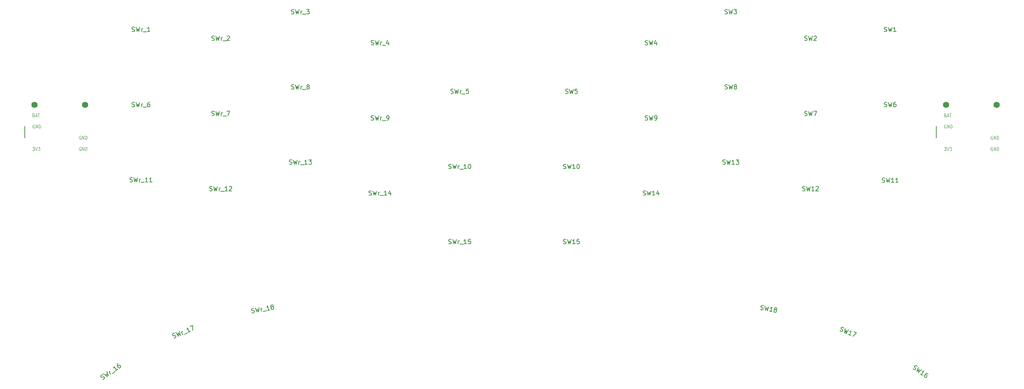
<source format=gto>
%TF.GenerationSoftware,KiCad,Pcbnew,(6.0.4)*%
%TF.CreationDate,2022-09-24T19:54:14+02:00*%
%TF.ProjectId,MyKeeb,4d794b65-6562-42e6-9b69-6361645f7063,rev?*%
%TF.SameCoordinates,Original*%
%TF.FileFunction,Legend,Top*%
%TF.FilePolarity,Positive*%
%FSLAX46Y46*%
G04 Gerber Fmt 4.6, Leading zero omitted, Abs format (unit mm)*
G04 Created by KiCad (PCBNEW (6.0.4)) date 2022-09-24 19:54:14*
%MOMM*%
%LPD*%
G01*
G04 APERTURE LIST*
%ADD10C,0.150000*%
%ADD11C,0.125000*%
%ADD12C,1.397000*%
G04 APERTURE END LIST*
D10*
X247898920Y-80313530D02*
X247898920Y-77740510D01*
X41983660Y-80312260D02*
X41983660Y-77739240D01*
%TO.C,SWr_12*%
X83748220Y-92261021D02*
X83891077Y-92308640D01*
X84129172Y-92308640D01*
X84224410Y-92261021D01*
X84272029Y-92213402D01*
X84319648Y-92118164D01*
X84319648Y-92022926D01*
X84272029Y-91927688D01*
X84224410Y-91880069D01*
X84129172Y-91832450D01*
X83938696Y-91784831D01*
X83843458Y-91737212D01*
X83795839Y-91689593D01*
X83748220Y-91594355D01*
X83748220Y-91499117D01*
X83795839Y-91403879D01*
X83843458Y-91356260D01*
X83938696Y-91308640D01*
X84176791Y-91308640D01*
X84319648Y-91356260D01*
X84652981Y-91308640D02*
X84891077Y-92308640D01*
X85081553Y-91594355D01*
X85272029Y-92308640D01*
X85510124Y-91308640D01*
X85891077Y-92308640D02*
X85891077Y-91641974D01*
X85891077Y-91832450D02*
X85938696Y-91737212D01*
X85986315Y-91689593D01*
X86081553Y-91641974D01*
X86176791Y-91641974D01*
X86272029Y-92403879D02*
X87033934Y-92403879D01*
X87795839Y-92308640D02*
X87224410Y-92308640D01*
X87510124Y-92308640D02*
X87510124Y-91308640D01*
X87414886Y-91451498D01*
X87319648Y-91546736D01*
X87224410Y-91594355D01*
X88176791Y-91403879D02*
X88224410Y-91356260D01*
X88319648Y-91308640D01*
X88557743Y-91308640D01*
X88652981Y-91356260D01*
X88700600Y-91403879D01*
X88748220Y-91499117D01*
X88748220Y-91594355D01*
X88700600Y-91737212D01*
X88129172Y-92308640D01*
X88748220Y-92308640D01*
%TO.C,SWr_16*%
X59613083Y-134968382D02*
X59757418Y-134925450D01*
X59952454Y-134788884D01*
X60003156Y-134695250D01*
X60014850Y-134628930D01*
X59999231Y-134523602D01*
X59944604Y-134445588D01*
X59850971Y-134394887D01*
X59784650Y-134383193D01*
X59679323Y-134398812D01*
X59495981Y-134469057D01*
X59390653Y-134484676D01*
X59324333Y-134472982D01*
X59230699Y-134422281D01*
X59176073Y-134344266D01*
X59160454Y-134238939D01*
X59172148Y-134172618D01*
X59222849Y-134078985D01*
X59417885Y-133942419D01*
X59562220Y-133899487D01*
X59807958Y-133669287D02*
X60576570Y-134351873D01*
X60322902Y-133657512D01*
X60888628Y-134133368D01*
X60510088Y-133177650D01*
X61395722Y-133778297D02*
X61013338Y-133232196D01*
X61122591Y-133388225D02*
X61106972Y-133282897D01*
X61118666Y-133216577D01*
X61169367Y-133122943D01*
X61247381Y-133068317D01*
X61762407Y-133637806D02*
X62386522Y-133200796D01*
X62956012Y-132685770D02*
X62487925Y-133013528D01*
X62721968Y-132849649D02*
X62148392Y-132030497D01*
X62152317Y-132202145D01*
X62128929Y-132334786D01*
X62078228Y-132428420D01*
X63084566Y-131374981D02*
X62928537Y-131484234D01*
X62877835Y-131577868D01*
X62866141Y-131644188D01*
X62870066Y-131815836D01*
X62940312Y-131999178D01*
X63158817Y-132311236D01*
X63252451Y-132361938D01*
X63318771Y-132373632D01*
X63424099Y-132358013D01*
X63580128Y-132248760D01*
X63630829Y-132155126D01*
X63642523Y-132088806D01*
X63626904Y-131983478D01*
X63490338Y-131788442D01*
X63396705Y-131737741D01*
X63330384Y-131726047D01*
X63225057Y-131741666D01*
X63069028Y-131850918D01*
X63018326Y-131944552D01*
X63006632Y-132010872D01*
X63022251Y-132116200D01*
D11*
%TO.C,U2*%
X43781616Y-82439385D02*
X44196378Y-82439385D01*
X43973044Y-82725100D01*
X44068759Y-82725100D01*
X44132568Y-82760814D01*
X44164473Y-82796528D01*
X44196378Y-82867957D01*
X44196378Y-83046528D01*
X44164473Y-83117957D01*
X44132568Y-83153671D01*
X44068759Y-83189385D01*
X43877330Y-83189385D01*
X43813520Y-83153671D01*
X43781616Y-83117957D01*
X44387806Y-82439385D02*
X44611140Y-83189385D01*
X44834473Y-82439385D01*
X44993997Y-82439385D02*
X45408759Y-82439385D01*
X45185425Y-82725100D01*
X45281140Y-82725100D01*
X45344949Y-82760814D01*
X45376854Y-82796528D01*
X45408759Y-82867957D01*
X45408759Y-83046528D01*
X45376854Y-83117957D01*
X45344949Y-83153671D01*
X45281140Y-83189385D01*
X45089711Y-83189385D01*
X45025901Y-83153671D01*
X44993997Y-83117957D01*
X44006616Y-75216528D02*
X44102330Y-75252242D01*
X44134235Y-75287957D01*
X44166140Y-75359385D01*
X44166140Y-75466528D01*
X44134235Y-75537957D01*
X44102330Y-75573671D01*
X44038520Y-75609385D01*
X43783282Y-75609385D01*
X43783282Y-74859385D01*
X44006616Y-74859385D01*
X44070425Y-74895100D01*
X44102330Y-74930814D01*
X44134235Y-75002242D01*
X44134235Y-75073671D01*
X44102330Y-75145100D01*
X44070425Y-75180814D01*
X44006616Y-75216528D01*
X43783282Y-75216528D01*
X44421378Y-75395100D02*
X44740425Y-75395100D01*
X44357568Y-75609385D02*
X44580901Y-74859385D01*
X44804235Y-75609385D01*
X44931854Y-74859385D02*
X45314711Y-74859385D01*
X45123282Y-75609385D02*
X45123282Y-74859385D01*
X54650663Y-82475100D02*
X54586854Y-82439385D01*
X54491140Y-82439385D01*
X54395425Y-82475100D01*
X54331616Y-82546528D01*
X54299711Y-82617957D01*
X54267806Y-82760814D01*
X54267806Y-82867957D01*
X54299711Y-83010814D01*
X54331616Y-83082242D01*
X54395425Y-83153671D01*
X54491140Y-83189385D01*
X54554949Y-83189385D01*
X54650663Y-83153671D01*
X54682568Y-83117957D01*
X54682568Y-82867957D01*
X54554949Y-82867957D01*
X54969711Y-83189385D02*
X54969711Y-82439385D01*
X55352568Y-83189385D01*
X55352568Y-82439385D01*
X55671616Y-83189385D02*
X55671616Y-82439385D01*
X55831140Y-82439385D01*
X55926854Y-82475100D01*
X55990663Y-82546528D01*
X56022568Y-82617957D01*
X56054473Y-82760814D01*
X56054473Y-82867957D01*
X56022568Y-83010814D01*
X55990663Y-83082242D01*
X55926854Y-83153671D01*
X55831140Y-83189385D01*
X55671616Y-83189385D01*
X54650663Y-79965100D02*
X54586854Y-79929385D01*
X54491140Y-79929385D01*
X54395425Y-79965100D01*
X54331616Y-80036528D01*
X54299711Y-80107957D01*
X54267806Y-80250814D01*
X54267806Y-80357957D01*
X54299711Y-80500814D01*
X54331616Y-80572242D01*
X54395425Y-80643671D01*
X54491140Y-80679385D01*
X54554949Y-80679385D01*
X54650663Y-80643671D01*
X54682568Y-80607957D01*
X54682568Y-80357957D01*
X54554949Y-80357957D01*
X54969711Y-80679385D02*
X54969711Y-79929385D01*
X55352568Y-80679385D01*
X55352568Y-79929385D01*
X55671616Y-80679385D02*
X55671616Y-79929385D01*
X55831140Y-79929385D01*
X55926854Y-79965100D01*
X55990663Y-80036528D01*
X56022568Y-80107957D01*
X56054473Y-80250814D01*
X56054473Y-80357957D01*
X56022568Y-80500814D01*
X55990663Y-80572242D01*
X55926854Y-80643671D01*
X55831140Y-80679385D01*
X55671616Y-80679385D01*
X44170663Y-77425100D02*
X44106854Y-77389385D01*
X44011140Y-77389385D01*
X43915425Y-77425100D01*
X43851616Y-77496528D01*
X43819711Y-77567957D01*
X43787806Y-77710814D01*
X43787806Y-77817957D01*
X43819711Y-77960814D01*
X43851616Y-78032242D01*
X43915425Y-78103671D01*
X44011140Y-78139385D01*
X44074949Y-78139385D01*
X44170663Y-78103671D01*
X44202568Y-78067957D01*
X44202568Y-77817957D01*
X44074949Y-77817957D01*
X44489711Y-78139385D02*
X44489711Y-77389385D01*
X44872568Y-78139385D01*
X44872568Y-77389385D01*
X45191616Y-78139385D02*
X45191616Y-77389385D01*
X45351140Y-77389385D01*
X45446854Y-77425100D01*
X45510663Y-77496528D01*
X45542568Y-77567957D01*
X45574473Y-77710814D01*
X45574473Y-77817957D01*
X45542568Y-77960814D01*
X45510663Y-78032242D01*
X45446854Y-78103671D01*
X45351140Y-78139385D01*
X45191616Y-78139385D01*
D10*
%TO.C,SWr_11*%
X65748220Y-90261021D02*
X65891077Y-90308640D01*
X66129172Y-90308640D01*
X66224410Y-90261021D01*
X66272029Y-90213402D01*
X66319648Y-90118164D01*
X66319648Y-90022926D01*
X66272029Y-89927688D01*
X66224410Y-89880069D01*
X66129172Y-89832450D01*
X65938696Y-89784831D01*
X65843458Y-89737212D01*
X65795839Y-89689593D01*
X65748220Y-89594355D01*
X65748220Y-89499117D01*
X65795839Y-89403879D01*
X65843458Y-89356260D01*
X65938696Y-89308640D01*
X66176791Y-89308640D01*
X66319648Y-89356260D01*
X66652981Y-89308640D02*
X66891077Y-90308640D01*
X67081553Y-89594355D01*
X67272029Y-90308640D01*
X67510124Y-89308640D01*
X67891077Y-90308640D02*
X67891077Y-89641974D01*
X67891077Y-89832450D02*
X67938696Y-89737212D01*
X67986315Y-89689593D01*
X68081553Y-89641974D01*
X68176791Y-89641974D01*
X68272029Y-90403879D02*
X69033934Y-90403879D01*
X69795839Y-90308640D02*
X69224410Y-90308640D01*
X69510124Y-90308640D02*
X69510124Y-89308640D01*
X69414886Y-89451498D01*
X69319648Y-89546736D01*
X69224410Y-89594355D01*
X70748220Y-90308640D02*
X70176791Y-90308640D01*
X70462505Y-90308640D02*
X70462505Y-89308640D01*
X70367267Y-89451498D01*
X70272029Y-89546736D01*
X70176791Y-89594355D01*
%TO.C,SWr_6*%
X66224410Y-73261021D02*
X66367267Y-73308640D01*
X66605362Y-73308640D01*
X66700600Y-73261021D01*
X66748220Y-73213402D01*
X66795839Y-73118164D01*
X66795839Y-73022926D01*
X66748220Y-72927688D01*
X66700600Y-72880069D01*
X66605362Y-72832450D01*
X66414886Y-72784831D01*
X66319648Y-72737212D01*
X66272029Y-72689593D01*
X66224410Y-72594355D01*
X66224410Y-72499117D01*
X66272029Y-72403879D01*
X66319648Y-72356260D01*
X66414886Y-72308640D01*
X66652981Y-72308640D01*
X66795839Y-72356260D01*
X67129172Y-72308640D02*
X67367267Y-73308640D01*
X67557743Y-72594355D01*
X67748220Y-73308640D01*
X67986315Y-72308640D01*
X68367267Y-73308640D02*
X68367267Y-72641974D01*
X68367267Y-72832450D02*
X68414886Y-72737212D01*
X68462505Y-72689593D01*
X68557743Y-72641974D01*
X68652981Y-72641974D01*
X68748220Y-73403879D02*
X69510124Y-73403879D01*
X70176791Y-72308640D02*
X69986315Y-72308640D01*
X69891077Y-72356260D01*
X69843458Y-72403879D01*
X69748220Y-72546736D01*
X69700600Y-72737212D01*
X69700600Y-73118164D01*
X69748220Y-73213402D01*
X69795839Y-73261021D01*
X69891077Y-73308640D01*
X70081553Y-73308640D01*
X70176791Y-73261021D01*
X70224410Y-73213402D01*
X70272029Y-73118164D01*
X70272029Y-72880069D01*
X70224410Y-72784831D01*
X70176791Y-72737212D01*
X70081553Y-72689593D01*
X69891077Y-72689593D01*
X69795839Y-72737212D01*
X69748220Y-72784831D01*
X69700600Y-72880069D01*
%TO.C,SW4*%
X182143608Y-59262064D02*
X182286465Y-59309683D01*
X182524561Y-59309683D01*
X182619799Y-59262064D01*
X182667418Y-59214445D01*
X182715037Y-59119207D01*
X182715037Y-59023969D01*
X182667418Y-58928731D01*
X182619799Y-58881112D01*
X182524561Y-58833493D01*
X182334084Y-58785874D01*
X182238846Y-58738255D01*
X182191227Y-58690636D01*
X182143608Y-58595398D01*
X182143608Y-58500160D01*
X182191227Y-58404922D01*
X182238846Y-58357303D01*
X182334084Y-58309683D01*
X182572180Y-58309683D01*
X182715037Y-58357303D01*
X183048370Y-58309683D02*
X183286465Y-59309683D01*
X183476942Y-58595398D01*
X183667418Y-59309683D01*
X183905513Y-58309683D01*
X184715037Y-58643017D02*
X184715037Y-59309683D01*
X184476942Y-58262064D02*
X184238846Y-58976350D01*
X184857894Y-58976350D01*
%TO.C,SW10*%
X163667418Y-87262064D02*
X163810275Y-87309683D01*
X164048370Y-87309683D01*
X164143608Y-87262064D01*
X164191227Y-87214445D01*
X164238846Y-87119207D01*
X164238846Y-87023969D01*
X164191227Y-86928731D01*
X164143608Y-86881112D01*
X164048370Y-86833493D01*
X163857894Y-86785874D01*
X163762656Y-86738255D01*
X163715037Y-86690636D01*
X163667418Y-86595398D01*
X163667418Y-86500160D01*
X163715037Y-86404922D01*
X163762656Y-86357303D01*
X163857894Y-86309683D01*
X164095989Y-86309683D01*
X164238846Y-86357303D01*
X164572180Y-86309683D02*
X164810275Y-87309683D01*
X165000751Y-86595398D01*
X165191227Y-87309683D01*
X165429322Y-86309683D01*
X166334084Y-87309683D02*
X165762656Y-87309683D01*
X166048370Y-87309683D02*
X166048370Y-86309683D01*
X165953132Y-86452541D01*
X165857894Y-86547779D01*
X165762656Y-86595398D01*
X166953132Y-86309683D02*
X167048370Y-86309683D01*
X167143608Y-86357303D01*
X167191227Y-86404922D01*
X167238846Y-86500160D01*
X167286465Y-86690636D01*
X167286465Y-86928731D01*
X167238846Y-87119207D01*
X167191227Y-87214445D01*
X167143608Y-87262064D01*
X167048370Y-87309683D01*
X166953132Y-87309683D01*
X166857894Y-87262064D01*
X166810275Y-87214445D01*
X166762656Y-87119207D01*
X166715037Y-86928731D01*
X166715037Y-86690636D01*
X166762656Y-86500160D01*
X166810275Y-86404922D01*
X166857894Y-86357303D01*
X166953132Y-86309683D01*
%TO.C,SWr_13*%
X101748220Y-86261021D02*
X101891077Y-86308640D01*
X102129172Y-86308640D01*
X102224410Y-86261021D01*
X102272029Y-86213402D01*
X102319648Y-86118164D01*
X102319648Y-86022926D01*
X102272029Y-85927688D01*
X102224410Y-85880069D01*
X102129172Y-85832450D01*
X101938696Y-85784831D01*
X101843458Y-85737212D01*
X101795839Y-85689593D01*
X101748220Y-85594355D01*
X101748220Y-85499117D01*
X101795839Y-85403879D01*
X101843458Y-85356260D01*
X101938696Y-85308640D01*
X102176791Y-85308640D01*
X102319648Y-85356260D01*
X102652981Y-85308640D02*
X102891077Y-86308640D01*
X103081553Y-85594355D01*
X103272029Y-86308640D01*
X103510124Y-85308640D01*
X103891077Y-86308640D02*
X103891077Y-85641974D01*
X103891077Y-85832450D02*
X103938696Y-85737212D01*
X103986315Y-85689593D01*
X104081553Y-85641974D01*
X104176791Y-85641974D01*
X104272029Y-86403879D02*
X105033934Y-86403879D01*
X105795839Y-86308640D02*
X105224410Y-86308640D01*
X105510124Y-86308640D02*
X105510124Y-85308640D01*
X105414886Y-85451498D01*
X105319648Y-85546736D01*
X105224410Y-85594355D01*
X106129172Y-85308640D02*
X106748220Y-85308640D01*
X106414886Y-85689593D01*
X106557743Y-85689593D01*
X106652981Y-85737212D01*
X106700600Y-85784831D01*
X106748220Y-85880069D01*
X106748220Y-86118164D01*
X106700600Y-86213402D01*
X106652981Y-86261021D01*
X106557743Y-86308640D01*
X106272029Y-86308640D01*
X106176791Y-86261021D01*
X106129172Y-86213402D01*
%TO.C,SW18*%
X208181785Y-119144507D02*
X208314203Y-119216209D01*
X208548681Y-119257554D01*
X208650741Y-119227196D01*
X208705906Y-119188570D01*
X208769339Y-119103047D01*
X208785877Y-119009256D01*
X208755520Y-118907196D01*
X208716893Y-118852031D01*
X208631371Y-118788598D01*
X208452057Y-118708626D01*
X208366535Y-118645193D01*
X208327908Y-118590028D01*
X208297551Y-118487968D01*
X208314089Y-118394177D01*
X208377522Y-118308655D01*
X208432687Y-118270028D01*
X208534747Y-118239670D01*
X208769225Y-118281015D01*
X208901643Y-118352718D01*
X209238181Y-118363705D02*
X209299011Y-119389857D01*
X209610628Y-118719499D01*
X209674176Y-119456009D01*
X210082302Y-118512546D01*
X210799670Y-119654464D02*
X210236923Y-119555237D01*
X210518297Y-119604850D02*
X210691945Y-118620043D01*
X210573347Y-118744191D01*
X210463018Y-118821445D01*
X210360957Y-118851802D01*
X211461645Y-119190944D02*
X211376123Y-119127511D01*
X211337496Y-119072346D01*
X211307139Y-118970286D01*
X211315407Y-118923390D01*
X211378841Y-118837868D01*
X211434006Y-118799242D01*
X211536066Y-118768884D01*
X211723648Y-118801960D01*
X211809170Y-118865393D01*
X211847797Y-118920558D01*
X211878155Y-119022618D01*
X211869886Y-119069514D01*
X211806452Y-119155036D01*
X211751288Y-119193662D01*
X211649228Y-119224020D01*
X211461645Y-119190944D01*
X211359585Y-119221302D01*
X211304420Y-119259929D01*
X211240987Y-119345451D01*
X211207911Y-119533033D01*
X211238269Y-119635093D01*
X211276895Y-119690258D01*
X211362418Y-119753692D01*
X211550000Y-119786767D01*
X211652060Y-119756410D01*
X211707225Y-119717783D01*
X211770658Y-119632261D01*
X211803734Y-119444678D01*
X211773376Y-119342618D01*
X211734750Y-119287454D01*
X211649228Y-119224020D01*
%TO.C,SWr_4*%
X120224410Y-59261021D02*
X120367267Y-59308640D01*
X120605362Y-59308640D01*
X120700600Y-59261021D01*
X120748220Y-59213402D01*
X120795839Y-59118164D01*
X120795839Y-59022926D01*
X120748220Y-58927688D01*
X120700600Y-58880069D01*
X120605362Y-58832450D01*
X120414886Y-58784831D01*
X120319648Y-58737212D01*
X120272029Y-58689593D01*
X120224410Y-58594355D01*
X120224410Y-58499117D01*
X120272029Y-58403879D01*
X120319648Y-58356260D01*
X120414886Y-58308640D01*
X120652981Y-58308640D01*
X120795839Y-58356260D01*
X121129172Y-58308640D02*
X121367267Y-59308640D01*
X121557743Y-58594355D01*
X121748220Y-59308640D01*
X121986315Y-58308640D01*
X122367267Y-59308640D02*
X122367267Y-58641974D01*
X122367267Y-58832450D02*
X122414886Y-58737212D01*
X122462505Y-58689593D01*
X122557743Y-58641974D01*
X122652981Y-58641974D01*
X122748220Y-59403879D02*
X123510124Y-59403879D01*
X124176791Y-58641974D02*
X124176791Y-59308640D01*
X123938696Y-58261021D02*
X123700600Y-58975307D01*
X124319648Y-58975307D01*
%TO.C,SW9*%
X182143608Y-76262064D02*
X182286465Y-76309683D01*
X182524561Y-76309683D01*
X182619799Y-76262064D01*
X182667418Y-76214445D01*
X182715037Y-76119207D01*
X182715037Y-76023969D01*
X182667418Y-75928731D01*
X182619799Y-75881112D01*
X182524561Y-75833493D01*
X182334084Y-75785874D01*
X182238846Y-75738255D01*
X182191227Y-75690636D01*
X182143608Y-75595398D01*
X182143608Y-75500160D01*
X182191227Y-75404922D01*
X182238846Y-75357303D01*
X182334084Y-75309683D01*
X182572180Y-75309683D01*
X182715037Y-75357303D01*
X183048370Y-75309683D02*
X183286465Y-76309683D01*
X183476942Y-75595398D01*
X183667418Y-76309683D01*
X183905513Y-75309683D01*
X184334084Y-76309683D02*
X184524561Y-76309683D01*
X184619799Y-76262064D01*
X184667418Y-76214445D01*
X184762656Y-76071588D01*
X184810275Y-75881112D01*
X184810275Y-75500160D01*
X184762656Y-75404922D01*
X184715037Y-75357303D01*
X184619799Y-75309683D01*
X184429322Y-75309683D01*
X184334084Y-75357303D01*
X184286465Y-75404922D01*
X184238846Y-75500160D01*
X184238846Y-75738255D01*
X184286465Y-75833493D01*
X184334084Y-75881112D01*
X184429322Y-75928731D01*
X184619799Y-75928731D01*
X184715037Y-75881112D01*
X184762656Y-75833493D01*
X184810275Y-75738255D01*
%TO.C,SWr_15*%
X137748220Y-104261021D02*
X137891077Y-104308640D01*
X138129172Y-104308640D01*
X138224410Y-104261021D01*
X138272029Y-104213402D01*
X138319648Y-104118164D01*
X138319648Y-104022926D01*
X138272029Y-103927688D01*
X138224410Y-103880069D01*
X138129172Y-103832450D01*
X137938696Y-103784831D01*
X137843458Y-103737212D01*
X137795839Y-103689593D01*
X137748220Y-103594355D01*
X137748220Y-103499117D01*
X137795839Y-103403879D01*
X137843458Y-103356260D01*
X137938696Y-103308640D01*
X138176791Y-103308640D01*
X138319648Y-103356260D01*
X138652981Y-103308640D02*
X138891077Y-104308640D01*
X139081553Y-103594355D01*
X139272029Y-104308640D01*
X139510124Y-103308640D01*
X139891077Y-104308640D02*
X139891077Y-103641974D01*
X139891077Y-103832450D02*
X139938696Y-103737212D01*
X139986315Y-103689593D01*
X140081553Y-103641974D01*
X140176791Y-103641974D01*
X140272029Y-104403879D02*
X141033934Y-104403879D01*
X141795839Y-104308640D02*
X141224410Y-104308640D01*
X141510124Y-104308640D02*
X141510124Y-103308640D01*
X141414886Y-103451498D01*
X141319648Y-103546736D01*
X141224410Y-103594355D01*
X142700600Y-103308640D02*
X142224410Y-103308640D01*
X142176791Y-103784831D01*
X142224410Y-103737212D01*
X142319648Y-103689593D01*
X142557743Y-103689593D01*
X142652981Y-103737212D01*
X142700600Y-103784831D01*
X142748220Y-103880069D01*
X142748220Y-104118164D01*
X142700600Y-104213402D01*
X142652981Y-104261021D01*
X142557743Y-104308640D01*
X142319648Y-104308640D01*
X142224410Y-104261021D01*
X142176791Y-104213402D01*
%TO.C,SWr_3*%
X102224410Y-52261021D02*
X102367267Y-52308640D01*
X102605362Y-52308640D01*
X102700600Y-52261021D01*
X102748220Y-52213402D01*
X102795839Y-52118164D01*
X102795839Y-52022926D01*
X102748220Y-51927688D01*
X102700600Y-51880069D01*
X102605362Y-51832450D01*
X102414886Y-51784831D01*
X102319648Y-51737212D01*
X102272029Y-51689593D01*
X102224410Y-51594355D01*
X102224410Y-51499117D01*
X102272029Y-51403879D01*
X102319648Y-51356260D01*
X102414886Y-51308640D01*
X102652981Y-51308640D01*
X102795839Y-51356260D01*
X103129172Y-51308640D02*
X103367267Y-52308640D01*
X103557743Y-51594355D01*
X103748220Y-52308640D01*
X103986315Y-51308640D01*
X104367267Y-52308640D02*
X104367267Y-51641974D01*
X104367267Y-51832450D02*
X104414886Y-51737212D01*
X104462505Y-51689593D01*
X104557743Y-51641974D01*
X104652981Y-51641974D01*
X104748220Y-52403879D02*
X105510124Y-52403879D01*
X105652981Y-51308640D02*
X106272029Y-51308640D01*
X105938696Y-51689593D01*
X106081553Y-51689593D01*
X106176791Y-51737212D01*
X106224410Y-51784831D01*
X106272029Y-51880069D01*
X106272029Y-52118164D01*
X106224410Y-52213402D01*
X106176791Y-52261021D01*
X106081553Y-52308640D01*
X105795839Y-52308640D01*
X105700600Y-52261021D01*
X105652981Y-52213402D01*
%TO.C,SW11*%
X235667418Y-90368584D02*
X235810275Y-90416203D01*
X236048370Y-90416203D01*
X236143608Y-90368584D01*
X236191227Y-90320965D01*
X236238846Y-90225727D01*
X236238846Y-90130489D01*
X236191227Y-90035251D01*
X236143608Y-89987632D01*
X236048370Y-89940013D01*
X235857894Y-89892394D01*
X235762656Y-89844775D01*
X235715037Y-89797156D01*
X235667418Y-89701918D01*
X235667418Y-89606680D01*
X235715037Y-89511442D01*
X235762656Y-89463823D01*
X235857894Y-89416203D01*
X236095989Y-89416203D01*
X236238846Y-89463823D01*
X236572180Y-89416203D02*
X236810275Y-90416203D01*
X237000751Y-89701918D01*
X237191227Y-90416203D01*
X237429322Y-89416203D01*
X238334084Y-90416203D02*
X237762656Y-90416203D01*
X238048370Y-90416203D02*
X238048370Y-89416203D01*
X237953132Y-89559061D01*
X237857894Y-89654299D01*
X237762656Y-89701918D01*
X239286465Y-90416203D02*
X238715037Y-90416203D01*
X239000751Y-90416203D02*
X239000751Y-89416203D01*
X238905513Y-89559061D01*
X238810275Y-89654299D01*
X238715037Y-89701918D01*
D11*
%TO.C,U1*%
X260575905Y-79966143D02*
X260512096Y-79930428D01*
X260416382Y-79930428D01*
X260320667Y-79966143D01*
X260256858Y-80037571D01*
X260224953Y-80109000D01*
X260193048Y-80251857D01*
X260193048Y-80359000D01*
X260224953Y-80501857D01*
X260256858Y-80573285D01*
X260320667Y-80644714D01*
X260416382Y-80680428D01*
X260480191Y-80680428D01*
X260575905Y-80644714D01*
X260607810Y-80609000D01*
X260607810Y-80359000D01*
X260480191Y-80359000D01*
X260894953Y-80680428D02*
X260894953Y-79930428D01*
X261277810Y-80680428D01*
X261277810Y-79930428D01*
X261596858Y-80680428D02*
X261596858Y-79930428D01*
X261756382Y-79930428D01*
X261852096Y-79966143D01*
X261915905Y-80037571D01*
X261947810Y-80109000D01*
X261979715Y-80251857D01*
X261979715Y-80359000D01*
X261947810Y-80501857D01*
X261915905Y-80573285D01*
X261852096Y-80644714D01*
X261756382Y-80680428D01*
X261596858Y-80680428D01*
X249696858Y-82430428D02*
X250111620Y-82430428D01*
X249888286Y-82716143D01*
X249984001Y-82716143D01*
X250047810Y-82751857D01*
X250079715Y-82787571D01*
X250111620Y-82859000D01*
X250111620Y-83037571D01*
X250079715Y-83109000D01*
X250047810Y-83144714D01*
X249984001Y-83180428D01*
X249792572Y-83180428D01*
X249728762Y-83144714D01*
X249696858Y-83109000D01*
X250303048Y-82430428D02*
X250526382Y-83180428D01*
X250749715Y-82430428D01*
X250909239Y-82430428D02*
X251324001Y-82430428D01*
X251100667Y-82716143D01*
X251196382Y-82716143D01*
X251260191Y-82751857D01*
X251292096Y-82787571D01*
X251324001Y-82859000D01*
X251324001Y-83037571D01*
X251292096Y-83109000D01*
X251260191Y-83144714D01*
X251196382Y-83180428D01*
X251004953Y-83180428D01*
X250941143Y-83144714D01*
X250909239Y-83109000D01*
X249921858Y-75217571D02*
X250017572Y-75253285D01*
X250049477Y-75289000D01*
X250081382Y-75360428D01*
X250081382Y-75467571D01*
X250049477Y-75539000D01*
X250017572Y-75574714D01*
X249953762Y-75610428D01*
X249698524Y-75610428D01*
X249698524Y-74860428D01*
X249921858Y-74860428D01*
X249985667Y-74896143D01*
X250017572Y-74931857D01*
X250049477Y-75003285D01*
X250049477Y-75074714D01*
X250017572Y-75146143D01*
X249985667Y-75181857D01*
X249921858Y-75217571D01*
X249698524Y-75217571D01*
X250336620Y-75396143D02*
X250655667Y-75396143D01*
X250272810Y-75610428D02*
X250496143Y-74860428D01*
X250719477Y-75610428D01*
X250847096Y-74860428D02*
X251229953Y-74860428D01*
X251038524Y-75610428D02*
X251038524Y-74860428D01*
X250085905Y-77426143D02*
X250022096Y-77390428D01*
X249926382Y-77390428D01*
X249830667Y-77426143D01*
X249766858Y-77497571D01*
X249734953Y-77569000D01*
X249703048Y-77711857D01*
X249703048Y-77819000D01*
X249734953Y-77961857D01*
X249766858Y-78033285D01*
X249830667Y-78104714D01*
X249926382Y-78140428D01*
X249990191Y-78140428D01*
X250085905Y-78104714D01*
X250117810Y-78069000D01*
X250117810Y-77819000D01*
X249990191Y-77819000D01*
X250404953Y-78140428D02*
X250404953Y-77390428D01*
X250787810Y-78140428D01*
X250787810Y-77390428D01*
X251106858Y-78140428D02*
X251106858Y-77390428D01*
X251266382Y-77390428D01*
X251362096Y-77426143D01*
X251425905Y-77497571D01*
X251457810Y-77569000D01*
X251489715Y-77711857D01*
X251489715Y-77819000D01*
X251457810Y-77961857D01*
X251425905Y-78033285D01*
X251362096Y-78104714D01*
X251266382Y-78140428D01*
X251106858Y-78140428D01*
X260575905Y-82496143D02*
X260512096Y-82460428D01*
X260416382Y-82460428D01*
X260320667Y-82496143D01*
X260256858Y-82567571D01*
X260224953Y-82639000D01*
X260193048Y-82781857D01*
X260193048Y-82889000D01*
X260224953Y-83031857D01*
X260256858Y-83103285D01*
X260320667Y-83174714D01*
X260416382Y-83210428D01*
X260480191Y-83210428D01*
X260575905Y-83174714D01*
X260607810Y-83139000D01*
X260607810Y-82889000D01*
X260480191Y-82889000D01*
X260894953Y-83210428D02*
X260894953Y-82460428D01*
X261277810Y-83210428D01*
X261277810Y-82460428D01*
X261596858Y-83210428D02*
X261596858Y-82460428D01*
X261756382Y-82460428D01*
X261852096Y-82496143D01*
X261915905Y-82567571D01*
X261947810Y-82639000D01*
X261979715Y-82781857D01*
X261979715Y-82889000D01*
X261947810Y-83031857D01*
X261915905Y-83103285D01*
X261852096Y-83174714D01*
X261756382Y-83210428D01*
X261596858Y-83210428D01*
D10*
%TO.C,SWr_7*%
X84224410Y-75261021D02*
X84367267Y-75308640D01*
X84605362Y-75308640D01*
X84700600Y-75261021D01*
X84748220Y-75213402D01*
X84795839Y-75118164D01*
X84795839Y-75022926D01*
X84748220Y-74927688D01*
X84700600Y-74880069D01*
X84605362Y-74832450D01*
X84414886Y-74784831D01*
X84319648Y-74737212D01*
X84272029Y-74689593D01*
X84224410Y-74594355D01*
X84224410Y-74499117D01*
X84272029Y-74403879D01*
X84319648Y-74356260D01*
X84414886Y-74308640D01*
X84652981Y-74308640D01*
X84795839Y-74356260D01*
X85129172Y-74308640D02*
X85367267Y-75308640D01*
X85557743Y-74594355D01*
X85748220Y-75308640D01*
X85986315Y-74308640D01*
X86367267Y-75308640D02*
X86367267Y-74641974D01*
X86367267Y-74832450D02*
X86414886Y-74737212D01*
X86462505Y-74689593D01*
X86557743Y-74641974D01*
X86652981Y-74641974D01*
X86748220Y-75403879D02*
X87510124Y-75403879D01*
X87652981Y-74308640D02*
X88319648Y-74308640D01*
X87891077Y-75308640D01*
%TO.C,SW1*%
X236143608Y-56262064D02*
X236286465Y-56309683D01*
X236524561Y-56309683D01*
X236619799Y-56262064D01*
X236667418Y-56214445D01*
X236715037Y-56119207D01*
X236715037Y-56023969D01*
X236667418Y-55928731D01*
X236619799Y-55881112D01*
X236524561Y-55833493D01*
X236334084Y-55785874D01*
X236238846Y-55738255D01*
X236191227Y-55690636D01*
X236143608Y-55595398D01*
X236143608Y-55500160D01*
X236191227Y-55404922D01*
X236238846Y-55357303D01*
X236334084Y-55309683D01*
X236572180Y-55309683D01*
X236715037Y-55357303D01*
X237048370Y-55309683D02*
X237286465Y-56309683D01*
X237476942Y-55595398D01*
X237667418Y-56309683D01*
X237905513Y-55309683D01*
X238810275Y-56309683D02*
X238238846Y-56309683D01*
X238524561Y-56309683D02*
X238524561Y-55309683D01*
X238429322Y-55452541D01*
X238334084Y-55547779D01*
X238238846Y-55595398D01*
%TO.C,SWr_14*%
X119748220Y-93261021D02*
X119891077Y-93308640D01*
X120129172Y-93308640D01*
X120224410Y-93261021D01*
X120272029Y-93213402D01*
X120319648Y-93118164D01*
X120319648Y-93022926D01*
X120272029Y-92927688D01*
X120224410Y-92880069D01*
X120129172Y-92832450D01*
X119938696Y-92784831D01*
X119843458Y-92737212D01*
X119795839Y-92689593D01*
X119748220Y-92594355D01*
X119748220Y-92499117D01*
X119795839Y-92403879D01*
X119843458Y-92356260D01*
X119938696Y-92308640D01*
X120176791Y-92308640D01*
X120319648Y-92356260D01*
X120652981Y-92308640D02*
X120891077Y-93308640D01*
X121081553Y-92594355D01*
X121272029Y-93308640D01*
X121510124Y-92308640D01*
X121891077Y-93308640D02*
X121891077Y-92641974D01*
X121891077Y-92832450D02*
X121938696Y-92737212D01*
X121986315Y-92689593D01*
X122081553Y-92641974D01*
X122176791Y-92641974D01*
X122272029Y-93403879D02*
X123033934Y-93403879D01*
X123795839Y-93308640D02*
X123224410Y-93308640D01*
X123510124Y-93308640D02*
X123510124Y-92308640D01*
X123414886Y-92451498D01*
X123319648Y-92546736D01*
X123224410Y-92594355D01*
X124652981Y-92641974D02*
X124652981Y-93308640D01*
X124414886Y-92261021D02*
X124176791Y-92975307D01*
X124795839Y-92975307D01*
%TO.C,SW6*%
X236143608Y-73262064D02*
X236286465Y-73309683D01*
X236524561Y-73309683D01*
X236619799Y-73262064D01*
X236667418Y-73214445D01*
X236715037Y-73119207D01*
X236715037Y-73023969D01*
X236667418Y-72928731D01*
X236619799Y-72881112D01*
X236524561Y-72833493D01*
X236334084Y-72785874D01*
X236238846Y-72738255D01*
X236191227Y-72690636D01*
X236143608Y-72595398D01*
X236143608Y-72500160D01*
X236191227Y-72404922D01*
X236238846Y-72357303D01*
X236334084Y-72309683D01*
X236572180Y-72309683D01*
X236715037Y-72357303D01*
X237048370Y-72309683D02*
X237286465Y-73309683D01*
X237476942Y-72595398D01*
X237667418Y-73309683D01*
X237905513Y-72309683D01*
X238715037Y-72309683D02*
X238524561Y-72309683D01*
X238429322Y-72357303D01*
X238381703Y-72404922D01*
X238286465Y-72547779D01*
X238238846Y-72738255D01*
X238238846Y-73119207D01*
X238286465Y-73214445D01*
X238334084Y-73262064D01*
X238429322Y-73309683D01*
X238619799Y-73309683D01*
X238715037Y-73262064D01*
X238762656Y-73214445D01*
X238810275Y-73119207D01*
X238810275Y-72881112D01*
X238762656Y-72785874D01*
X238715037Y-72738255D01*
X238619799Y-72690636D01*
X238429322Y-72690636D01*
X238334084Y-72738255D01*
X238286465Y-72785874D01*
X238238846Y-72881112D01*
%TO.C,SW5*%
X164143608Y-70262064D02*
X164286465Y-70309683D01*
X164524561Y-70309683D01*
X164619799Y-70262064D01*
X164667418Y-70214445D01*
X164715037Y-70119207D01*
X164715037Y-70023969D01*
X164667418Y-69928731D01*
X164619799Y-69881112D01*
X164524561Y-69833493D01*
X164334084Y-69785874D01*
X164238846Y-69738255D01*
X164191227Y-69690636D01*
X164143608Y-69595398D01*
X164143608Y-69500160D01*
X164191227Y-69404922D01*
X164238846Y-69357303D01*
X164334084Y-69309683D01*
X164572180Y-69309683D01*
X164715037Y-69357303D01*
X165048370Y-69309683D02*
X165286465Y-70309683D01*
X165476942Y-69595398D01*
X165667418Y-70309683D01*
X165905513Y-69309683D01*
X166762656Y-69309683D02*
X166286465Y-69309683D01*
X166238846Y-69785874D01*
X166286465Y-69738255D01*
X166381703Y-69690636D01*
X166619799Y-69690636D01*
X166715037Y-69738255D01*
X166762656Y-69785874D01*
X166810275Y-69881112D01*
X166810275Y-70119207D01*
X166762656Y-70214445D01*
X166715037Y-70262064D01*
X166619799Y-70309683D01*
X166381703Y-70309683D01*
X166286465Y-70262064D01*
X166238846Y-70214445D01*
%TO.C,SWr_9*%
X120224410Y-76261021D02*
X120367267Y-76308640D01*
X120605362Y-76308640D01*
X120700600Y-76261021D01*
X120748220Y-76213402D01*
X120795839Y-76118164D01*
X120795839Y-76022926D01*
X120748220Y-75927688D01*
X120700600Y-75880069D01*
X120605362Y-75832450D01*
X120414886Y-75784831D01*
X120319648Y-75737212D01*
X120272029Y-75689593D01*
X120224410Y-75594355D01*
X120224410Y-75499117D01*
X120272029Y-75403879D01*
X120319648Y-75356260D01*
X120414886Y-75308640D01*
X120652981Y-75308640D01*
X120795839Y-75356260D01*
X121129172Y-75308640D02*
X121367267Y-76308640D01*
X121557743Y-75594355D01*
X121748220Y-76308640D01*
X121986315Y-75308640D01*
X122367267Y-76308640D02*
X122367267Y-75641974D01*
X122367267Y-75832450D02*
X122414886Y-75737212D01*
X122462505Y-75689593D01*
X122557743Y-75641974D01*
X122652981Y-75641974D01*
X122748220Y-76403879D02*
X123510124Y-76403879D01*
X123795839Y-76308640D02*
X123986315Y-76308640D01*
X124081553Y-76261021D01*
X124129172Y-76213402D01*
X124224410Y-76070545D01*
X124272029Y-75880069D01*
X124272029Y-75499117D01*
X124224410Y-75403879D01*
X124176791Y-75356260D01*
X124081553Y-75308640D01*
X123891077Y-75308640D01*
X123795839Y-75356260D01*
X123748220Y-75403879D01*
X123700600Y-75499117D01*
X123700600Y-75737212D01*
X123748220Y-75832450D01*
X123795839Y-75880069D01*
X123891077Y-75927688D01*
X124081553Y-75927688D01*
X124176791Y-75880069D01*
X124224410Y-75832450D01*
X124272029Y-75737212D01*
%TO.C,SW7*%
X218143608Y-75262064D02*
X218286465Y-75309683D01*
X218524561Y-75309683D01*
X218619799Y-75262064D01*
X218667418Y-75214445D01*
X218715037Y-75119207D01*
X218715037Y-75023969D01*
X218667418Y-74928731D01*
X218619799Y-74881112D01*
X218524561Y-74833493D01*
X218334084Y-74785874D01*
X218238846Y-74738255D01*
X218191227Y-74690636D01*
X218143608Y-74595398D01*
X218143608Y-74500160D01*
X218191227Y-74404922D01*
X218238846Y-74357303D01*
X218334084Y-74309683D01*
X218572180Y-74309683D01*
X218715037Y-74357303D01*
X219048370Y-74309683D02*
X219286465Y-75309683D01*
X219476942Y-74595398D01*
X219667418Y-75309683D01*
X219905513Y-74309683D01*
X220191227Y-74309683D02*
X220857894Y-74309683D01*
X220429322Y-75309683D01*
%TO.C,SWr_8*%
X102224410Y-69261021D02*
X102367267Y-69308640D01*
X102605362Y-69308640D01*
X102700600Y-69261021D01*
X102748220Y-69213402D01*
X102795839Y-69118164D01*
X102795839Y-69022926D01*
X102748220Y-68927688D01*
X102700600Y-68880069D01*
X102605362Y-68832450D01*
X102414886Y-68784831D01*
X102319648Y-68737212D01*
X102272029Y-68689593D01*
X102224410Y-68594355D01*
X102224410Y-68499117D01*
X102272029Y-68403879D01*
X102319648Y-68356260D01*
X102414886Y-68308640D01*
X102652981Y-68308640D01*
X102795839Y-68356260D01*
X103129172Y-68308640D02*
X103367267Y-69308640D01*
X103557743Y-68594355D01*
X103748220Y-69308640D01*
X103986315Y-68308640D01*
X104367267Y-69308640D02*
X104367267Y-68641974D01*
X104367267Y-68832450D02*
X104414886Y-68737212D01*
X104462505Y-68689593D01*
X104557743Y-68641974D01*
X104652981Y-68641974D01*
X104748220Y-69403879D02*
X105510124Y-69403879D01*
X105891077Y-68737212D02*
X105795839Y-68689593D01*
X105748220Y-68641974D01*
X105700600Y-68546736D01*
X105700600Y-68499117D01*
X105748220Y-68403879D01*
X105795839Y-68356260D01*
X105891077Y-68308640D01*
X106081553Y-68308640D01*
X106176791Y-68356260D01*
X106224410Y-68403879D01*
X106272029Y-68499117D01*
X106272029Y-68546736D01*
X106224410Y-68641974D01*
X106176791Y-68689593D01*
X106081553Y-68737212D01*
X105891077Y-68737212D01*
X105795839Y-68784831D01*
X105748220Y-68832450D01*
X105700600Y-68927688D01*
X105700600Y-69118164D01*
X105748220Y-69213402D01*
X105795839Y-69261021D01*
X105891077Y-69308640D01*
X106081553Y-69308640D01*
X106176791Y-69261021D01*
X106224410Y-69213402D01*
X106272029Y-69118164D01*
X106272029Y-68927688D01*
X106224410Y-68832450D01*
X106176791Y-68784831D01*
X106081553Y-68737212D01*
%TO.C,SWr_17*%
X75659608Y-125596676D02*
X75809814Y-125586002D01*
X76029785Y-125494886D01*
X76099551Y-125414446D01*
X76125322Y-125352229D01*
X76132870Y-125246017D01*
X76096424Y-125158029D01*
X76015984Y-125088263D01*
X75953767Y-125062492D01*
X75847555Y-125054944D01*
X75653355Y-125083842D01*
X75547144Y-125076293D01*
X75484926Y-125050522D01*
X75404486Y-124980757D01*
X75368040Y-124892768D01*
X75375588Y-124786557D01*
X75401359Y-124724339D01*
X75471125Y-124643899D01*
X75691096Y-124552784D01*
X75841302Y-124542109D01*
X76131039Y-124370554D02*
X76733694Y-125203318D01*
X76636325Y-124470512D01*
X77085648Y-125057534D01*
X76922936Y-124042539D01*
X77657573Y-124820635D02*
X77402451Y-124204715D01*
X77475343Y-124380692D02*
X77482891Y-124274480D01*
X77508662Y-124212263D01*
X77578428Y-124131823D01*
X77666417Y-124095377D01*
X78045973Y-124762839D02*
X78749882Y-124471271D01*
X79417344Y-124091714D02*
X78889413Y-124310390D01*
X79153378Y-124201052D02*
X78770695Y-123277172D01*
X78737375Y-123445601D01*
X78685833Y-123570036D01*
X78616067Y-123650476D01*
X79342620Y-123040273D02*
X79958540Y-122785151D01*
X79945275Y-123873038D01*
%TO.C,SW15*%
X163667418Y-104262064D02*
X163810275Y-104309683D01*
X164048370Y-104309683D01*
X164143608Y-104262064D01*
X164191227Y-104214445D01*
X164238846Y-104119207D01*
X164238846Y-104023969D01*
X164191227Y-103928731D01*
X164143608Y-103881112D01*
X164048370Y-103833493D01*
X163857894Y-103785874D01*
X163762656Y-103738255D01*
X163715037Y-103690636D01*
X163667418Y-103595398D01*
X163667418Y-103500160D01*
X163715037Y-103404922D01*
X163762656Y-103357303D01*
X163857894Y-103309683D01*
X164095989Y-103309683D01*
X164238846Y-103357303D01*
X164572180Y-103309683D02*
X164810275Y-104309683D01*
X165000751Y-103595398D01*
X165191227Y-104309683D01*
X165429322Y-103309683D01*
X166334084Y-104309683D02*
X165762656Y-104309683D01*
X166048370Y-104309683D02*
X166048370Y-103309683D01*
X165953132Y-103452541D01*
X165857894Y-103547779D01*
X165762656Y-103595398D01*
X167238846Y-103309683D02*
X166762656Y-103309683D01*
X166715037Y-103785874D01*
X166762656Y-103738255D01*
X166857894Y-103690636D01*
X167095989Y-103690636D01*
X167191227Y-103738255D01*
X167238846Y-103785874D01*
X167286465Y-103881112D01*
X167286465Y-104119207D01*
X167238846Y-104214445D01*
X167191227Y-104262064D01*
X167095989Y-104309683D01*
X166857894Y-104309683D01*
X166762656Y-104262064D01*
X166715037Y-104214445D01*
%TO.C,SWr_10*%
X137748220Y-87261021D02*
X137891077Y-87308640D01*
X138129172Y-87308640D01*
X138224410Y-87261021D01*
X138272029Y-87213402D01*
X138319648Y-87118164D01*
X138319648Y-87022926D01*
X138272029Y-86927688D01*
X138224410Y-86880069D01*
X138129172Y-86832450D01*
X137938696Y-86784831D01*
X137843458Y-86737212D01*
X137795839Y-86689593D01*
X137748220Y-86594355D01*
X137748220Y-86499117D01*
X137795839Y-86403879D01*
X137843458Y-86356260D01*
X137938696Y-86308640D01*
X138176791Y-86308640D01*
X138319648Y-86356260D01*
X138652981Y-86308640D02*
X138891077Y-87308640D01*
X139081553Y-86594355D01*
X139272029Y-87308640D01*
X139510124Y-86308640D01*
X139891077Y-87308640D02*
X139891077Y-86641974D01*
X139891077Y-86832450D02*
X139938696Y-86737212D01*
X139986315Y-86689593D01*
X140081553Y-86641974D01*
X140176791Y-86641974D01*
X140272029Y-87403879D02*
X141033934Y-87403879D01*
X141795839Y-87308640D02*
X141224410Y-87308640D01*
X141510124Y-87308640D02*
X141510124Y-86308640D01*
X141414886Y-86451498D01*
X141319648Y-86546736D01*
X141224410Y-86594355D01*
X142414886Y-86308640D02*
X142510124Y-86308640D01*
X142605362Y-86356260D01*
X142652981Y-86403879D01*
X142700600Y-86499117D01*
X142748220Y-86689593D01*
X142748220Y-86927688D01*
X142700600Y-87118164D01*
X142652981Y-87213402D01*
X142605362Y-87261021D01*
X142510124Y-87308640D01*
X142414886Y-87308640D01*
X142319648Y-87261021D01*
X142272029Y-87213402D01*
X142224410Y-87118164D01*
X142176791Y-86927688D01*
X142176791Y-86689593D01*
X142224410Y-86499117D01*
X142272029Y-86403879D01*
X142319648Y-86356260D01*
X142414886Y-86308640D01*
%TO.C,SW2*%
X218143608Y-58262064D02*
X218286465Y-58309683D01*
X218524561Y-58309683D01*
X218619799Y-58262064D01*
X218667418Y-58214445D01*
X218715037Y-58119207D01*
X218715037Y-58023969D01*
X218667418Y-57928731D01*
X218619799Y-57881112D01*
X218524561Y-57833493D01*
X218334084Y-57785874D01*
X218238846Y-57738255D01*
X218191227Y-57690636D01*
X218143608Y-57595398D01*
X218143608Y-57500160D01*
X218191227Y-57404922D01*
X218238846Y-57357303D01*
X218334084Y-57309683D01*
X218572180Y-57309683D01*
X218715037Y-57357303D01*
X219048370Y-57309683D02*
X219286465Y-58309683D01*
X219476942Y-57595398D01*
X219667418Y-58309683D01*
X219905513Y-57309683D01*
X220238846Y-57404922D02*
X220286465Y-57357303D01*
X220381703Y-57309683D01*
X220619799Y-57309683D01*
X220715037Y-57357303D01*
X220762656Y-57404922D01*
X220810275Y-57500160D01*
X220810275Y-57595398D01*
X220762656Y-57738255D01*
X220191227Y-58309683D01*
X220810275Y-58309683D01*
%TO.C,SWr_5*%
X138224410Y-70261021D02*
X138367267Y-70308640D01*
X138605362Y-70308640D01*
X138700600Y-70261021D01*
X138748220Y-70213402D01*
X138795839Y-70118164D01*
X138795839Y-70022926D01*
X138748220Y-69927688D01*
X138700600Y-69880069D01*
X138605362Y-69832450D01*
X138414886Y-69784831D01*
X138319648Y-69737212D01*
X138272029Y-69689593D01*
X138224410Y-69594355D01*
X138224410Y-69499117D01*
X138272029Y-69403879D01*
X138319648Y-69356260D01*
X138414886Y-69308640D01*
X138652981Y-69308640D01*
X138795839Y-69356260D01*
X139129172Y-69308640D02*
X139367267Y-70308640D01*
X139557743Y-69594355D01*
X139748220Y-70308640D01*
X139986315Y-69308640D01*
X140367267Y-70308640D02*
X140367267Y-69641974D01*
X140367267Y-69832450D02*
X140414886Y-69737212D01*
X140462505Y-69689593D01*
X140557743Y-69641974D01*
X140652981Y-69641974D01*
X140748220Y-70403879D02*
X141510124Y-70403879D01*
X142224410Y-69308640D02*
X141748220Y-69308640D01*
X141700600Y-69784831D01*
X141748220Y-69737212D01*
X141843458Y-69689593D01*
X142081553Y-69689593D01*
X142176791Y-69737212D01*
X142224410Y-69784831D01*
X142272029Y-69880069D01*
X142272029Y-70118164D01*
X142224410Y-70213402D01*
X142176791Y-70261021D01*
X142081553Y-70308640D01*
X141843458Y-70308640D01*
X141748220Y-70261021D01*
X141700600Y-70213402D01*
%TO.C,SWr_1*%
X66224410Y-56261021D02*
X66367267Y-56308640D01*
X66605362Y-56308640D01*
X66700600Y-56261021D01*
X66748220Y-56213402D01*
X66795839Y-56118164D01*
X66795839Y-56022926D01*
X66748220Y-55927688D01*
X66700600Y-55880069D01*
X66605362Y-55832450D01*
X66414886Y-55784831D01*
X66319648Y-55737212D01*
X66272029Y-55689593D01*
X66224410Y-55594355D01*
X66224410Y-55499117D01*
X66272029Y-55403879D01*
X66319648Y-55356260D01*
X66414886Y-55308640D01*
X66652981Y-55308640D01*
X66795839Y-55356260D01*
X67129172Y-55308640D02*
X67367267Y-56308640D01*
X67557743Y-55594355D01*
X67748220Y-56308640D01*
X67986315Y-55308640D01*
X68367267Y-56308640D02*
X68367267Y-55641974D01*
X68367267Y-55832450D02*
X68414886Y-55737212D01*
X68462505Y-55689593D01*
X68557743Y-55641974D01*
X68652981Y-55641974D01*
X68748220Y-56403879D02*
X69510124Y-56403879D01*
X70272029Y-56308640D02*
X69700600Y-56308640D01*
X69986315Y-56308640D02*
X69986315Y-55308640D01*
X69891077Y-55451498D01*
X69795839Y-55546736D01*
X69700600Y-55594355D01*
%TO.C,SWr_2*%
X84224410Y-58261021D02*
X84367267Y-58308640D01*
X84605362Y-58308640D01*
X84700600Y-58261021D01*
X84748220Y-58213402D01*
X84795839Y-58118164D01*
X84795839Y-58022926D01*
X84748220Y-57927688D01*
X84700600Y-57880069D01*
X84605362Y-57832450D01*
X84414886Y-57784831D01*
X84319648Y-57737212D01*
X84272029Y-57689593D01*
X84224410Y-57594355D01*
X84224410Y-57499117D01*
X84272029Y-57403879D01*
X84319648Y-57356260D01*
X84414886Y-57308640D01*
X84652981Y-57308640D01*
X84795839Y-57356260D01*
X85129172Y-57308640D02*
X85367267Y-58308640D01*
X85557743Y-57594355D01*
X85748220Y-58308640D01*
X85986315Y-57308640D01*
X86367267Y-58308640D02*
X86367267Y-57641974D01*
X86367267Y-57832450D02*
X86414886Y-57737212D01*
X86462505Y-57689593D01*
X86557743Y-57641974D01*
X86652981Y-57641974D01*
X86748220Y-58403879D02*
X87510124Y-58403879D01*
X87700600Y-57403879D02*
X87748220Y-57356260D01*
X87843458Y-57308640D01*
X88081553Y-57308640D01*
X88176791Y-57356260D01*
X88224410Y-57403879D01*
X88272029Y-57499117D01*
X88272029Y-57594355D01*
X88224410Y-57737212D01*
X87652981Y-58308640D01*
X88272029Y-58308640D01*
%TO.C,SW13*%
X199667418Y-86262064D02*
X199810275Y-86309683D01*
X200048370Y-86309683D01*
X200143608Y-86262064D01*
X200191227Y-86214445D01*
X200238846Y-86119207D01*
X200238846Y-86023969D01*
X200191227Y-85928731D01*
X200143608Y-85881112D01*
X200048370Y-85833493D01*
X199857894Y-85785874D01*
X199762656Y-85738255D01*
X199715037Y-85690636D01*
X199667418Y-85595398D01*
X199667418Y-85500160D01*
X199715037Y-85404922D01*
X199762656Y-85357303D01*
X199857894Y-85309683D01*
X200095989Y-85309683D01*
X200238846Y-85357303D01*
X200572180Y-85309683D02*
X200810275Y-86309683D01*
X201000751Y-85595398D01*
X201191227Y-86309683D01*
X201429322Y-85309683D01*
X202334084Y-86309683D02*
X201762656Y-86309683D01*
X202048370Y-86309683D02*
X202048370Y-85309683D01*
X201953132Y-85452541D01*
X201857894Y-85547779D01*
X201762656Y-85595398D01*
X202667418Y-85309683D02*
X203286465Y-85309683D01*
X202953132Y-85690636D01*
X203095989Y-85690636D01*
X203191227Y-85738255D01*
X203238846Y-85785874D01*
X203286465Y-85881112D01*
X203286465Y-86119207D01*
X203238846Y-86214445D01*
X203191227Y-86262064D01*
X203095989Y-86309683D01*
X202810275Y-86309683D01*
X202715037Y-86262064D01*
X202667418Y-86214445D01*
%TO.C,SW3*%
X200143608Y-52262064D02*
X200286465Y-52309683D01*
X200524561Y-52309683D01*
X200619799Y-52262064D01*
X200667418Y-52214445D01*
X200715037Y-52119207D01*
X200715037Y-52023969D01*
X200667418Y-51928731D01*
X200619799Y-51881112D01*
X200524561Y-51833493D01*
X200334084Y-51785874D01*
X200238846Y-51738255D01*
X200191227Y-51690636D01*
X200143608Y-51595398D01*
X200143608Y-51500160D01*
X200191227Y-51404922D01*
X200238846Y-51357303D01*
X200334084Y-51309683D01*
X200572180Y-51309683D01*
X200715037Y-51357303D01*
X201048370Y-51309683D02*
X201286465Y-52309683D01*
X201476942Y-51595398D01*
X201667418Y-52309683D01*
X201905513Y-51309683D01*
X202191227Y-51309683D02*
X202810275Y-51309683D01*
X202476942Y-51690636D01*
X202619799Y-51690636D01*
X202715037Y-51738255D01*
X202762656Y-51785874D01*
X202810275Y-51881112D01*
X202810275Y-52119207D01*
X202762656Y-52214445D01*
X202715037Y-52262064D01*
X202619799Y-52309683D01*
X202334084Y-52309683D01*
X202238846Y-52262064D01*
X202191227Y-52214445D01*
%TO.C,SWr_18*%
X93333923Y-119891805D02*
X93482879Y-119913893D01*
X93717357Y-119872549D01*
X93802879Y-119809115D01*
X93841506Y-119753950D01*
X93871864Y-119651890D01*
X93855326Y-119558099D01*
X93791892Y-119472577D01*
X93736728Y-119433950D01*
X93634667Y-119403592D01*
X93438816Y-119389773D01*
X93336756Y-119359415D01*
X93281591Y-119320788D01*
X93218158Y-119235266D01*
X93201620Y-119141475D01*
X93231978Y-119039415D01*
X93270604Y-118984250D01*
X93356126Y-118920817D01*
X93590605Y-118879472D01*
X93739560Y-118901561D01*
X94059561Y-118796782D02*
X94467687Y-119740245D01*
X94531235Y-119003735D01*
X94842852Y-119674093D01*
X94903682Y-118647941D01*
X95452495Y-119566597D02*
X95336729Y-118910058D01*
X95369805Y-119097641D02*
X95400163Y-118995581D01*
X95438789Y-118940416D01*
X95524312Y-118876983D01*
X95618103Y-118860445D01*
X95844197Y-119594237D02*
X96594527Y-119461933D01*
X97328319Y-119235839D02*
X96765572Y-119335066D01*
X97046945Y-119285452D02*
X96873297Y-118300645D01*
X96804313Y-118457869D01*
X96727059Y-118568198D01*
X96641537Y-118631632D01*
X97791839Y-118573864D02*
X97689778Y-118543506D01*
X97634614Y-118504879D01*
X97571180Y-118419357D01*
X97562911Y-118372462D01*
X97593269Y-118270401D01*
X97631896Y-118215237D01*
X97717418Y-118151803D01*
X97905000Y-118118727D01*
X98007061Y-118149085D01*
X98062225Y-118187712D01*
X98125659Y-118273234D01*
X98133928Y-118320130D01*
X98103570Y-118422190D01*
X98064943Y-118477354D01*
X97979421Y-118540788D01*
X97791839Y-118573864D01*
X97706316Y-118637297D01*
X97667690Y-118692462D01*
X97637332Y-118794522D01*
X97670408Y-118982104D01*
X97733841Y-119067627D01*
X97789006Y-119106253D01*
X97891066Y-119136611D01*
X98078649Y-119103535D01*
X98164171Y-119040102D01*
X98202797Y-118984937D01*
X98233155Y-118882877D01*
X98200079Y-118695294D01*
X98136646Y-118609772D01*
X98081481Y-118571146D01*
X97979421Y-118540788D01*
%TO.C,SW14*%
X181667418Y-93262064D02*
X181810275Y-93309683D01*
X182048370Y-93309683D01*
X182143608Y-93262064D01*
X182191227Y-93214445D01*
X182238846Y-93119207D01*
X182238846Y-93023969D01*
X182191227Y-92928731D01*
X182143608Y-92881112D01*
X182048370Y-92833493D01*
X181857894Y-92785874D01*
X181762656Y-92738255D01*
X181715037Y-92690636D01*
X181667418Y-92595398D01*
X181667418Y-92500160D01*
X181715037Y-92404922D01*
X181762656Y-92357303D01*
X181857894Y-92309683D01*
X182095989Y-92309683D01*
X182238846Y-92357303D01*
X182572180Y-92309683D02*
X182810275Y-93309683D01*
X183000751Y-92595398D01*
X183191227Y-93309683D01*
X183429322Y-92309683D01*
X184334084Y-93309683D02*
X183762656Y-93309683D01*
X184048370Y-93309683D02*
X184048370Y-92309683D01*
X183953132Y-92452541D01*
X183857894Y-92547779D01*
X183762656Y-92595398D01*
X185191227Y-92643017D02*
X185191227Y-93309683D01*
X184953132Y-92262064D02*
X184715037Y-92976350D01*
X185334084Y-92976350D01*
%TO.C,SW8*%
X200143608Y-69262064D02*
X200286465Y-69309683D01*
X200524561Y-69309683D01*
X200619799Y-69262064D01*
X200667418Y-69214445D01*
X200715037Y-69119207D01*
X200715037Y-69023969D01*
X200667418Y-68928731D01*
X200619799Y-68881112D01*
X200524561Y-68833493D01*
X200334084Y-68785874D01*
X200238846Y-68738255D01*
X200191227Y-68690636D01*
X200143608Y-68595398D01*
X200143608Y-68500160D01*
X200191227Y-68404922D01*
X200238846Y-68357303D01*
X200334084Y-68309683D01*
X200572180Y-68309683D01*
X200715037Y-68357303D01*
X201048370Y-68309683D02*
X201286465Y-69309683D01*
X201476942Y-68595398D01*
X201667418Y-69309683D01*
X201905513Y-68309683D01*
X202429322Y-68738255D02*
X202334084Y-68690636D01*
X202286465Y-68643017D01*
X202238846Y-68547779D01*
X202238846Y-68500160D01*
X202286465Y-68404922D01*
X202334084Y-68357303D01*
X202429322Y-68309683D01*
X202619799Y-68309683D01*
X202715037Y-68357303D01*
X202762656Y-68404922D01*
X202810275Y-68500160D01*
X202810275Y-68547779D01*
X202762656Y-68643017D01*
X202715037Y-68690636D01*
X202619799Y-68738255D01*
X202429322Y-68738255D01*
X202334084Y-68785874D01*
X202286465Y-68833493D01*
X202238846Y-68928731D01*
X202238846Y-69119207D01*
X202286465Y-69214445D01*
X202334084Y-69262064D01*
X202429322Y-69309683D01*
X202619799Y-69309683D01*
X202715037Y-69262064D01*
X202762656Y-69214445D01*
X202810275Y-69119207D01*
X202810275Y-68928731D01*
X202762656Y-68833493D01*
X202715037Y-68785874D01*
X202619799Y-68738255D01*
%TO.C,SW16*%
X242616522Y-132497584D02*
X242706231Y-132618531D01*
X242901267Y-132755096D01*
X243006595Y-132770715D01*
X243072915Y-132759021D01*
X243166549Y-132708320D01*
X243221175Y-132630306D01*
X243236794Y-132524978D01*
X243225100Y-132458658D01*
X243174399Y-132365024D01*
X243045683Y-132216764D01*
X242994982Y-132123131D01*
X242983288Y-132056810D01*
X242998907Y-131951482D01*
X243053533Y-131873468D01*
X243147167Y-131822767D01*
X243213487Y-131811073D01*
X243318815Y-131826692D01*
X243513851Y-131963257D01*
X243603559Y-132084204D01*
X243903923Y-132236389D02*
X243525383Y-133192107D01*
X244091109Y-132716251D01*
X243837441Y-133410612D01*
X244606054Y-132728026D01*
X244773615Y-134066128D02*
X244305528Y-133738370D01*
X244539571Y-133902249D02*
X245113148Y-133083097D01*
X244953194Y-133145493D01*
X244820553Y-133168881D01*
X244715225Y-133153262D01*
X246049322Y-133738613D02*
X245893293Y-133629360D01*
X245787965Y-133613741D01*
X245721645Y-133625435D01*
X245561691Y-133687831D01*
X245413431Y-133816547D01*
X245194925Y-134128605D01*
X245179306Y-134233932D01*
X245191000Y-134300253D01*
X245241702Y-134393886D01*
X245397731Y-134503139D01*
X245503058Y-134518758D01*
X245569379Y-134507064D01*
X245663012Y-134456363D01*
X245799578Y-134261326D01*
X245815197Y-134155999D01*
X245803503Y-134089678D01*
X245752802Y-133996045D01*
X245596773Y-133886792D01*
X245491445Y-133871173D01*
X245425125Y-133882867D01*
X245331491Y-133933568D01*
%TO.C,SW17*%
X226118672Y-123948536D02*
X226232432Y-124047199D01*
X226452403Y-124138314D01*
X226558614Y-124130766D01*
X226620832Y-124104995D01*
X226701272Y-124035229D01*
X226737718Y-123947241D01*
X226730170Y-123841029D01*
X226704399Y-123778812D01*
X226634633Y-123698372D01*
X226476879Y-123581485D01*
X226407114Y-123501045D01*
X226381342Y-123438828D01*
X226373794Y-123332616D01*
X226410240Y-123244628D01*
X226490680Y-123174862D01*
X226552898Y-123149091D01*
X226659109Y-123141543D01*
X226879081Y-123232658D01*
X226992840Y-123331321D01*
X227319023Y-123414888D02*
X227156311Y-124429883D01*
X227605633Y-123842861D01*
X227508265Y-124575667D01*
X228110920Y-123742902D01*
X228564128Y-125013019D02*
X228036196Y-124794343D01*
X228300162Y-124903681D02*
X228682845Y-123979802D01*
X228540188Y-124075338D01*
X228415753Y-124126881D01*
X228309542Y-124134429D01*
X229254771Y-124216701D02*
X229870691Y-124471823D01*
X229092059Y-125231696D01*
%TO.C,SW12*%
X217667418Y-92262064D02*
X217810275Y-92309683D01*
X218048370Y-92309683D01*
X218143608Y-92262064D01*
X218191227Y-92214445D01*
X218238846Y-92119207D01*
X218238846Y-92023969D01*
X218191227Y-91928731D01*
X218143608Y-91881112D01*
X218048370Y-91833493D01*
X217857894Y-91785874D01*
X217762656Y-91738255D01*
X217715037Y-91690636D01*
X217667418Y-91595398D01*
X217667418Y-91500160D01*
X217715037Y-91404922D01*
X217762656Y-91357303D01*
X217857894Y-91309683D01*
X218095989Y-91309683D01*
X218238846Y-91357303D01*
X218572180Y-91309683D02*
X218810275Y-92309683D01*
X219000751Y-91595398D01*
X219191227Y-92309683D01*
X219429322Y-91309683D01*
X220334084Y-92309683D02*
X219762656Y-92309683D01*
X220048370Y-92309683D02*
X220048370Y-91309683D01*
X219953132Y-91452541D01*
X219857894Y-91547779D01*
X219762656Y-91595398D01*
X220715037Y-91404922D02*
X220762656Y-91357303D01*
X220857894Y-91309683D01*
X221095989Y-91309683D01*
X221191227Y-91357303D01*
X221238846Y-91404922D01*
X221286465Y-91500160D01*
X221286465Y-91595398D01*
X221238846Y-91738255D01*
X220667418Y-92309683D01*
X221286465Y-92309683D01*
%TD*%
D12*
%TO.C,Bat+1*%
X250105082Y-72891423D03*
%TD*%
%TO.C,BatGND2*%
X55653940Y-72900540D03*
%TD*%
%TO.C,Bat+r1*%
X44221400Y-72900540D03*
%TD*%
%TO.C,BatGND1*%
X261539422Y-72899043D03*
%TD*%
M02*

</source>
